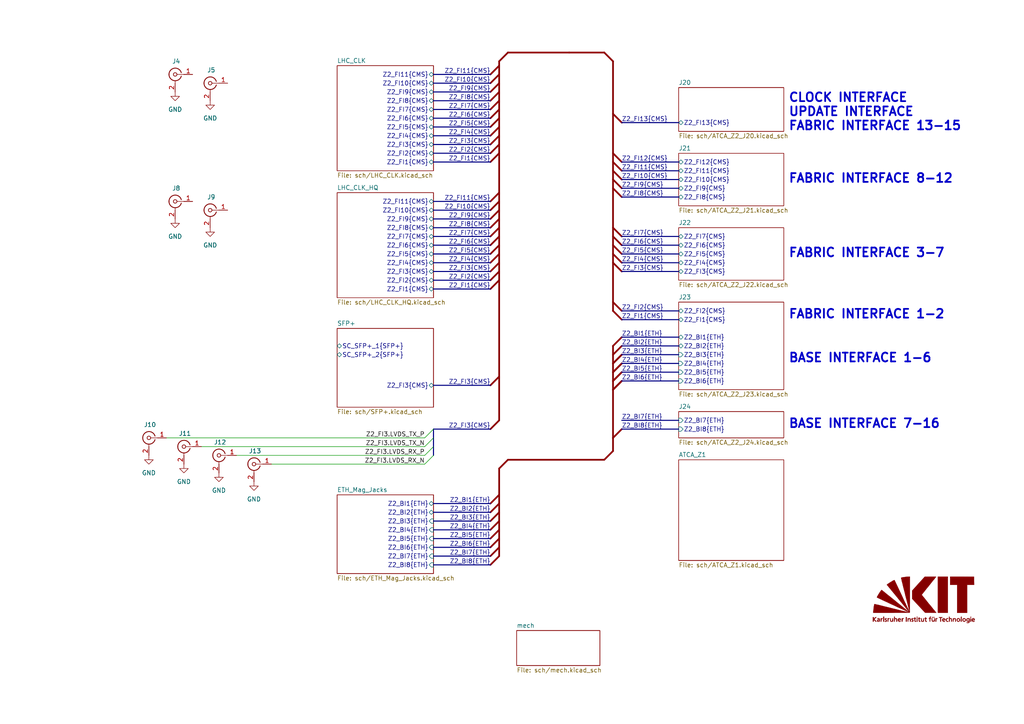
<source format=kicad_sch>
(kicad_sch (version 20230121) (generator eeschema)
  (paper "A4")
  (title_block (title "ATCA Simple Loopback HUB") (date "2023-09-12") (rev "1.0") (company "Karlsruhe Institute of Technology (KIT)") (comment 1 "Institute for Data Processing and Electronics (IPE)") (comment 2 "Luis Ardila") (comment 3 "IPE-380-06") (comment 4 "Licensed under CERN-OHL-P-2.0"))
  (lib_symbols
    (symbol "Connector:Conn_Coaxial" (pin_names (offset 1.016) hide)
      (property "Reference" "J" (at 0.254 3.048 0))
      (property "Value" "Conn_Coaxial" (at 2.921 0 90))
      (symbol "Conn_Coaxial_1_1"
        (pin passive line (at -5.08 0 0) (length 2.54) (name "In") (number "1"))
        (pin passive line (at 0 -5.08 90) (length 2.54) (name "Ext") (number "2"))
      )
    )
    (symbol "power:GND" (power) (pin_names (offset 0))
      (property "Value" "GND" (at 0 -3.81 0))
      (symbol "GND_1_1"
        (pin power_in line (at 0 0 270) (length 0) hide (name "GND") (number "1"))
      )
    )
    (symbol "project:KIT_LOGO" (pin_names (offset 1.016)))
  )
  (bus_entry (at 125.73 132.08) (size -2.54 2.54))
  (bus_entry (at 125.73 127) (size -2.54 2.54))
  (bus_entry (at 125.73 129.54) (size -2.54 2.54))
  (bus_entry (at 125.73 124.46) (size -2.54 2.54))
  (bus (pts (xy 180.34 110.49) (xy 196.85 110.49)))
  (bus (pts (xy 142.24 163.83) (xy 125.73 163.83)))
  (bus (pts (xy 180.34 54.61) (xy 196.85 54.61)))
  (bus (pts (xy 180.34 90.17) (xy 196.85 90.17)))
  (polyline (pts (xy 177.8 71.12) (xy 180.34 73.66)) (stroke (width 0.5) (type solid) (color 132 0 0 1)))
  (polyline (pts (xy 142.24 156.21) (xy 144.78 153.67)) (stroke (width 0.5) (type solid) (color 132 0 0 1)))
  (polyline (pts (xy 177.8 127) (xy 177.8 100.33)) (stroke (width 0.5) (type solid) (color 132 0 0 1)))
  (bus (pts (xy 125.73 26.67) (xy 142.24 26.67)))
  (bus (pts (xy 142.24 156.21) (xy 125.73 156.21)))
  (polyline (pts (xy 144.78 76.2) (xy 142.24 78.74)) (stroke (width 0.5) (type solid) (color 132 0 0 1)))
  (polyline (pts (xy 144.78 17.78) (xy 147.32 15.24)) (stroke (width 0.5) (type solid) (color 132 0 0 1)))
  (bus (pts (xy 180.34 92.71) (xy 196.85 92.71)))
  (polyline (pts (xy 177.8 107.95) (xy 180.34 105.41)) (stroke (width 0.5) (type solid) (color 132 0 0 1)))
  (bus (pts (xy 180.34 78.74) (xy 196.85 78.74)))
  (bus (pts (xy 125.73 63.5) (xy 142.24 63.5)))
  (bus (pts (xy 180.34 73.66) (xy 196.85 73.66)))
  (bus (pts (xy 142.24 158.75) (xy 125.73 158.75)))
  (bus (pts (xy 125.73 73.66) (xy 142.24 73.66)))
  (bus (pts (xy 180.34 100.33) (xy 196.85 100.33)))
  (bus (pts (xy 180.34 52.07) (xy 196.85 52.07)))
  (bus (pts (xy 142.24 151.13) (xy 125.73 151.13)))
  (polyline (pts (xy 142.24 124.46) (xy 144.78 121.92)) (stroke (width 0.5) (type solid) (color 132 0 0 1)))
  (polyline (pts (xy 165.1 15.24) (xy 175.26 15.24)) (stroke (width 0.5) (type solid) (color 132 0 0 1)))
  (polyline (pts (xy 177.8 130.81) (xy 177.8 127)) (stroke (width 0.5) (type solid) (color 132 0 0 1)))
  (polyline (pts (xy 142.24 148.59) (xy 144.78 146.05)) (stroke (width 0.5) (type solid) (color 132 0 0 1)))
  (bus (pts (xy 180.34 105.41) (xy 196.85 105.41)))
  (bus (pts (xy 180.34 102.87) (xy 196.85 102.87)))
  (bus (pts (xy 125.73 76.2) (xy 142.24 76.2)))
  (bus (pts (xy 180.34 76.2) (xy 196.85 76.2)))
  (bus (pts (xy 125.73 124.46) (xy 125.73 127)))
  (polyline (pts (xy 177.8 73.66) (xy 180.34 76.2)) (stroke (width 0.5) (type solid) (color 132 0 0 1)))
  (polyline (pts (xy 177.8 110.49) (xy 180.34 107.95)) (stroke (width 0.5) (type solid) (color 132 0 0 1)))
  (polyline (pts (xy 177.8 110.49) (xy 180.34 107.95)) (stroke (width 0.5) (type solid) (color 132 0 0 1)))
  (bus (pts (xy 125.73 78.74) (xy 142.24 78.74)))
  (polyline (pts (xy 144.78 44.45) (xy 142.24 46.99)) (stroke (width 0.5) (type solid) (color 132 0 0 1)))
  (bus (pts (xy 180.34 49.53) (xy 196.85 49.53)))
  (bus (pts (xy 125.73 44.45) (xy 142.24 44.45)))
  (wire (pts (xy 58.42 129.54) (xy 123.19 129.54)))
  (polyline (pts (xy 144.78 66.04) (xy 142.24 68.58)) (stroke (width 0.5) (type solid) (color 132 0 0 1)))
  (polyline (pts (xy 177.8 113.03) (xy 180.34 110.49)) (stroke (width 0.5) (type solid) (color 132 0 0 1)))
  (polyline (pts (xy 144.78 135.89) (xy 144.78 161.29)) (stroke (width 0.5) (type solid) (color 132 0 0 1)))
  (polyline (pts (xy 144.78 78.74) (xy 142.24 81.28)) (stroke (width 0.5) (type solid) (color 132 0 0 1)))
  (polyline (pts (xy 144.78 71.12) (xy 142.24 73.66)) (stroke (width 0.5) (type solid) (color 132 0 0 1)))
  (polyline (pts (xy 177.8 105.41) (xy 180.34 102.87)) (stroke (width 0.5) (type solid) (color 132 0 0 1)))
  (polyline (pts (xy 175.26 133.35) (xy 177.8 130.81)) (stroke (width 0.5) (type solid) (color 132 0 0 1)))
  (bus (pts (xy 142.24 153.67) (xy 125.73 153.67)))
  (polyline (pts (xy 177.8 44.45) (xy 180.34 46.99)) (stroke (width 0.5) (type solid) (color 132 0 0 1)))
  (polyline (pts (xy 177.8 87.63) (xy 180.34 90.17)) (stroke (width 0.5) (type solid) (color 132 0 0 1)))
  (polyline (pts (xy 144.78 41.91) (xy 142.24 44.45)) (stroke (width 0.5) (type solid) (color 132 0 0 1)))
  (polyline (pts (xy 144.78 58.42) (xy 142.24 60.96)) (stroke (width 0.5) (type solid) (color 132 0 0 1)))
  (bus (pts (xy 125.73 58.42) (xy 142.24 58.42)))
  (polyline (pts (xy 177.8 54.61) (xy 180.34 57.15)) (stroke (width 0.5) (type solid) (color 132 0 0 1)))
  (bus (pts (xy 180.34 35.56) (xy 196.85 35.56)))
  (polyline (pts (xy 144.78 73.66) (xy 142.24 76.2)) (stroke (width 0.5) (type solid) (color 132 0 0 1)))
  (polyline (pts (xy 144.78 81.28) (xy 142.24 83.82)) (stroke (width 0.5) (type solid) (color 132 0 0 1)))
  (polyline (pts (xy 144.78 39.37) (xy 142.24 41.91)) (stroke (width 0.5) (type solid) (color 132 0 0 1)))
  (bus (pts (xy 142.24 148.59) (xy 125.73 148.59)))
  (polyline (pts (xy 144.78 31.75) (xy 142.24 34.29)) (stroke (width 0.5) (type solid) (color 132 0 0 1)))
  (bus (pts (xy 125.73 66.04) (xy 142.24 66.04)))
  (polyline (pts (xy 144.78 135.89) (xy 147.32 133.35)) (stroke (width 0.5) (type solid) (color 132 0 0 1)))
  (polyline (pts (xy 177.8 113.03) (xy 180.34 110.49)) (stroke (width 0.5) (type solid) (color 132 0 0 1)))
  (bus (pts (xy 125.73 46.99) (xy 142.24 46.99)))
  (polyline (pts (xy 177.8 127) (xy 180.34 124.46)) (stroke (width 0.5) (type solid) (color 132 0 0 1)))
  (bus (pts (xy 180.34 46.99) (xy 196.85 46.99)))
  (polyline (pts (xy 144.78 55.88) (xy 142.24 58.42)) (stroke (width 0.5) (type solid) (color 132 0 0 1)))
  (bus (pts (xy 180.34 68.58) (xy 196.85 68.58)))
  (bus (pts (xy 125.73 34.29) (xy 142.24 34.29)))
  (bus (pts (xy 125.73 21.59) (xy 142.24 21.59)))
  (bus (pts (xy 125.73 68.58) (xy 142.24 68.58)))
  (polyline (pts (xy 144.78 24.13) (xy 142.24 26.67)) (stroke (width 0.5) (type solid) (color 132 0 0 1)))
  (bus (pts (xy 180.34 107.95) (xy 196.85 107.95)))
  (polyline (pts (xy 177.8 76.2) (xy 180.34 78.74)) (stroke (width 0.5) (type solid) (color 132 0 0 1)))
  (bus (pts (xy 180.34 71.12) (xy 196.85 71.12)))
  (polyline (pts (xy 142.24 146.05) (xy 144.78 143.51)) (stroke (width 0.5) (type solid) (color 132 0 0 1)))
  (polyline (pts (xy 142.24 151.13) (xy 144.78 148.59)) (stroke (width 0.5) (type solid) (color 132 0 0 1)))
  (polyline (pts (xy 177.8 68.58) (xy 180.34 71.12)) (stroke (width 0.5) (type solid) (color 132 0 0 1)))
  (bus (pts (xy 125.73 36.83) (xy 142.24 36.83)))
  (polyline (pts (xy 177.8 17.78) (xy 177.8 90.17)) (stroke (width 0.5) (type solid) (color 132 0 0 1)))
  (polyline (pts (xy 147.32 15.24) (xy 165.1 15.24)) (stroke (width 0.5) (type solid) (color 132 0 0 1)))
  (bus (pts (xy 125.73 39.37) (xy 142.24 39.37)))
  (polyline (pts (xy 144.78 81.28) (xy 144.78 121.92)) (stroke (width 0.5) (type solid) (color 132 0 0 1)))
  (bus (pts (xy 125.73 124.46) (xy 142.24 124.46)))
  (bus (pts (xy 125.73 111.76) (xy 142.24 111.76)))
  (polyline (pts (xy 144.78 81.28) (xy 144.78 17.78)) (stroke (width 0.5) (type solid) (color 132 0 0 1)))
  (bus (pts (xy 125.73 31.75) (xy 142.24 31.75)))
  (polyline (pts (xy 177.8 102.87) (xy 180.34 100.33)) (stroke (width 0.5) (type solid) (color 132 0 0 1)))
  (polyline (pts (xy 144.78 36.83) (xy 142.24 39.37)) (stroke (width 0.5) (type solid) (color 132 0 0 1)))
  (polyline (pts (xy 142.24 153.67) (xy 144.78 151.13)) (stroke (width 0.5) (type solid) (color 132 0 0 1)))
  (bus (pts (xy 125.73 127) (xy 125.73 129.54)))
  (bus (pts (xy 180.34 97.79) (xy 196.85 97.79)))
  (polyline (pts (xy 142.24 163.83) (xy 144.78 161.29)) (stroke (width 0.5) (type solid) (color 132 0 0 1)))
  (polyline (pts (xy 144.78 109.22) (xy 142.24 111.76)) (stroke (width 0.5) (type solid) (color 132 0 0 1)))
  (bus (pts (xy 180.34 57.15) (xy 196.85 57.15)))
  (polyline (pts (xy 177.8 46.99) (xy 180.34 49.53)) (stroke (width 0.5) (type solid) (color 132 0 0 1)))
  (wire (pts (xy 48.26 127) (xy 123.19 127)))
  (polyline (pts (xy 144.78 63.5) (xy 142.24 66.04)) (stroke (width 0.5) (type solid) (color 132 0 0 1)))
  (wire (pts (xy 68.58 132.08) (xy 123.19 132.08)))
  (polyline (pts (xy 144.78 68.58) (xy 142.24 71.12)) (stroke (width 0.5) (type solid) (color 132 0 0 1)))
  (polyline (pts (xy 144.78 60.96) (xy 142.24 63.5)) (stroke (width 0.5) (type solid) (color 132 0 0 1)))
  (wire (pts (xy 78.74 134.62) (xy 123.19 134.62)))
  (polyline (pts (xy 144.78 19.05) (xy 142.24 21.59)) (stroke (width 0.5) (type solid) (color 132 0 0 1)))
  (bus (pts (xy 125.73 83.82) (xy 142.24 83.82)))
  (polyline (pts (xy 144.78 29.21) (xy 142.24 31.75)) (stroke (width 0.5) (type solid) (color 132 0 0 1)))
  (polyline (pts (xy 177.8 107.95) (xy 180.34 105.41)) (stroke (width 0.5) (type solid) (color 132 0 0 1)))
  (bus (pts (xy 125.73 81.28) (xy 142.24 81.28)))
  (bus (pts (xy 125.73 24.13) (xy 142.24 24.13)))
  (polyline (pts (xy 177.8 100.33) (xy 180.34 97.79)) (stroke (width 0.5) (type solid) (color 132 0 0 1)))
  (polyline (pts (xy 144.78 21.59) (xy 142.24 24.13)) (stroke (width 0.5) (type solid) (color 132 0 0 1)))
  (polyline (pts (xy 177.8 52.07) (xy 180.34 54.61)) (stroke (width 0.5) (type solid) (color 132 0 0 1)))
  (bus (pts (xy 125.73 29.21) (xy 142.24 29.21)))
  (polyline (pts (xy 177.8 90.17) (xy 180.34 92.71)) (stroke (width 0.5) (type solid) (color 132 0 0 1)))
  (polyline (pts (xy 144.78 34.29) (xy 142.24 36.83)) (stroke (width 0.5) (type solid) (color 132 0 0 1)))
  (bus (pts (xy 180.34 121.92) (xy 196.85 121.92)))
  (bus (pts (xy 142.24 146.05) (xy 125.73 146.05)))
  (polyline (pts (xy 175.26 15.24) (xy 177.8 17.78)) (stroke (width 0.5) (type solid) (color 132 0 0 1)))
  (bus (pts (xy 125.73 41.91) (xy 142.24 41.91)))
  (bus (pts (xy 125.73 129.54) (xy 125.73 132.08)))
  (bus (pts (xy 125.73 60.96) (xy 142.24 60.96)))
  (polyline (pts (xy 177.8 33.02) (xy 180.34 35.56)) (stroke (width 0.5) (type solid) (color 132 0 0 1)))
  (polyline (pts (xy 177.8 49.53) (xy 180.34 52.07)) (stroke (width 0.5) (type solid) (color 132 0 0 1)))
  (polyline (pts (xy 177.8 66.04) (xy 180.34 68.58)) (stroke (width 0.5) (type solid) (color 132 0 0 1)))
  (polyline (pts (xy 177.8 105.41) (xy 180.34 102.87)) (stroke (width 0.5) (type solid) (color 132 0 0 1)))
  (polyline (pts (xy 147.32 133.35) (xy 175.26 133.35)) (stroke (width 0.5) (type solid) (color 132 0 0 1)))
  (polyline (pts (xy 144.78 26.67) (xy 142.24 29.21)) (stroke (width 0.5) (type solid) (color 132 0 0 1)))
  (bus (pts (xy 125.73 71.12) (xy 142.24 71.12)))
  (polyline (pts (xy 142.24 158.75) (xy 144.78 156.21)) (stroke (width 0.5) (type solid) (color 132 0 0 1)))
  (polyline (pts (xy 142.24 161.29) (xy 144.78 158.75)) (stroke (width 0.5) (type solid) (color 132 0 0 1)))
  (bus (pts (xy 142.24 161.29) (xy 125.73 161.29)))
  (bus (pts (xy 180.34 124.46) (xy 196.85 124.46)))
  (text "BASE INTERFACE 1-6" (at 228.6 105.41 0) (effects (font (size 2.54 2.54) (thickness 0.508) bold) (justify left bottom)))
  (text "CLOCK INTERFACE\nUPDATE INTERFACE\nFABRIC INTERFACE 13-15" (at 228.6 38.1 0) (effects (font (size 2.54 2.54) (thickness 0.508) bold) (justify left bottom)))
  (text "BASE INTERFACE 7-16" (at 228.6 124.46 0) (effects (font (size 2.54 2.54) (thickness 0.508) bold) (justify left bottom)))
  (text "FABRIC INTERFACE 8-12" (at 228.6 53.34 0) (effects (font (size 2.54 2.54) (thickness 0.508) bold) (justify left bottom)))
  (text "FABRIC INTERFACE 3-7" (at 228.6 74.93 0) (effects (font (size 2.54 2.54) (thickness 0.508) bold) (justify left bottom)))
  (text "FABRIC INTERFACE 1-2" (at 228.6 92.71 0) (effects (font (size 2.54 2.54) (thickness 0.508) bold) (justify left bottom)))
  (label "Z2_BI6{ETH}" (at 142.24 158.75 180))
  (label "Z2_BI2{ETH}" (at 180.34 100.33 0))
  (label "Z2_FI9{CMS}" (at 142.24 26.67 180))
  (label "Z2_FI13{CMS}" (at 180.34 35.56 0))
  (label "Z2_FI10{CMS}" (at 142.24 60.96 180))
  (label "Z2_FI7{CMS}" (at 180.34 68.58 0))
  (label "Z2_BI5{ETH}" (at 142.24 156.21 180))
  (label "Z2_FI7{CMS}" (at 142.24 31.75 180))
  (label "Z2_FI3.LVDS_TX_P" (at 123.19 127 180))
  (label "Z2_BI1{ETH}" (at 180.34 97.79 0))
  (label "Z2_FI2{CMS}" (at 142.24 44.45 180))
  (label "Z2_FI7{CMS}" (at 142.24 68.58 180))
  (label "Z2_FI1{CMS}" (at 180.34 92.71 0))
  (label "Z2_FI6{CMS}" (at 180.34 71.12 0))
  (label "Z2_FI4{CMS}" (at 142.24 76.2 180))
  (label "Z2_FI3{CMS}" (at 142.24 78.74 180))
  (label "Z2_BI6{ETH}" (at 180.34 110.49 0))
  (label "Z2_FI3.LVDS_TX_N" (at 123.19 129.54 180))
  (label "Z2_BI1{ETH}" (at 142.24 146.05 180))
  (label "Z2_FI10{CMS}" (at 180.34 52.07 0))
  (label "Z2_FI9{CMS}" (at 142.24 63.5 180))
  (label "Z2_FI6{CMS}" (at 142.24 71.12 180))
  (label "Z2_FI4{CMS}" (at 180.34 76.2 0))
  (label "Z2_FI8{CMS}" (at 142.24 29.21 180))
  (label "Z2_FI3{CMS}" (at 180.34 78.74 0))
  (label "Z2_FI10{CMS}" (at 142.24 24.13 180))
  (label "Z2_FI3.LVDS_RX_P" (at 123.19 132.08 180))
  (label "Z2_BI3{ETH}" (at 142.24 151.13 180))
  (label "Z2_FI12{CMS}" (at 180.34 46.99 0))
  (label "Z2_BI7{ETH}" (at 180.34 121.92 0))
  (label "Z2_FI8{CMS}" (at 180.34 57.15 0))
  (label "Z2_FI6{CMS}" (at 142.24 34.29 180))
  (label "Z2_FI1{CMS}" (at 142.24 46.99 180))
  (label "Z2_FI3{CMS}" (at 142.24 124.46 180))
  (label "Z2_BI7{ETH}" (at 142.24 161.29 180))
  (label "Z2_FI3.LVDS_RX_N" (at 123.19 134.62 180))
  (label "Z2_FI4{CMS}" (at 142.24 39.37 180))
  (label "Z2_FI11{CMS}" (at 142.24 58.42 180))
  (label "Z2_FI1{CMS}" (at 142.24 83.82 180))
  (label "Z2_BI8{ETH}" (at 180.34 124.46 0))
  (label "Z2_FI5{CMS}" (at 142.24 36.83 180))
  (label "Z2_FI2{CMS}" (at 180.34 90.17 0))
  (label "Z2_BI4{ETH}" (at 180.34 105.41 0))
  (label "Z2_FI11{CMS}" (at 180.34 49.53 0))
  (label "Z2_FI11{CMS}" (at 142.24 21.59 180))
  (label "Z2_FI8{CMS}" (at 142.24 66.04 180))
  (label "Z2_FI3{CMS}" (at 142.24 41.91 180))
  (label "Z2_BI3{ETH}" (at 180.34 102.87 0))
  (label "Z2_FI2{CMS}" (at 142.24 81.28 180))
  (label "Z2_FI3{CMS}" (at 142.24 111.76 180))
  (label "Z2_BI2{ETH}" (at 142.24 148.59 180))
  (label "Z2_BI5{ETH}" (at 180.34 107.95 0))
  (label "Z2_BI8{ETH}" (at 142.24 163.83 180))
  (label "Z2_FI5{CMS}" (at 180.34 73.66 0))
  (label "Z2_FI9{CMS}" (at 180.34 54.61 0))
  (label "Z2_FI5{CMS}" (at 142.24 73.66 180))
  (label "Z2_BI4{ETH}" (at 142.24 153.67 180))
  (symbol (lib_id "Connector:Conn_Coaxial") (at 43.18 127 0) (mirror y) (unit 1)
    (property "Reference" "J10" (at 43.4974 123.19 0))
    (property "Value" "Conn_Coaxial" (effects hide))
    (property "Footprint" "Connector_Coaxial:MMCX_Molex_73415-1471_Vertical" (effects hide))
    (property "Datasheet" " ~" (effects hide))
  )
  (symbol (lib_id "Connector:Conn_Coaxial") (at 50.8 58.42 0) (mirror y) (unit 1)
    (property "Reference" "J8" (at 51.1174 54.61 0))
    (property "Value" "Conn_Coaxial" (effects hide))
    (property "Footprint" "Connector_Coaxial:MMCX_Molex_73415-1471_Vertical" (effects hide))
    (property "Datasheet" " ~" (effects hide))
  )
  (symbol (lib_id "power:GND") (at 60.96 66.04 0) (unit 1)
    (property "Reference" "#PWR027" (effects hide))
    (property "Value" "GND" (at 60.96 71.12 0))
  )
  (symbol (lib_id "Connector:Conn_Coaxial") (at 63.5 132.08 0) (mirror y) (unit 1)
    (property "Reference" "J12" (at 63.8174 128.27 0))
    (property "Value" "Conn_Coaxial" (effects hide))
    (property "Footprint" "Connector_Coaxial:MMCX_Molex_73415-1471_Vertical" (effects hide))
    (property "Datasheet" " ~" (effects hide))
  )
  (symbol (lib_id "power:GND") (at 63.5 137.16 0) (unit 1)
    (property "Reference" "#PWR030" (effects hide))
    (property "Value" "GND" (at 63.5 142.24 0))
  )
  (symbol (lib_id "power:GND") (at 43.18 132.08 0) (unit 1)
    (property "Reference" "#PWR028" (effects hide))
    (property "Value" "GND" (at 43.18 137.16 0))
  )
  (symbol (lib_id "Connector:Conn_Coaxial") (at 60.96 24.13 0) (mirror y) (unit 1)
    (property "Reference" "J5" (at 61.2774 20.32 0))
    (property "Value" "Conn_Coaxial" (effects hide))
    (property "Footprint" "Connector_Coaxial:MMCX_Molex_73415-1471_Vertical" (effects hide))
    (property "Datasheet" " ~" (effects hide))
  )
  (symbol (lib_id "Connector:Conn_Coaxial") (at 73.66 134.62 0) (mirror y) (unit 1)
    (property "Reference" "J13" (at 73.9774 130.81 0))
    (property "Value" "Conn_Coaxial" (effects hide))
    (property "Footprint" "Connector_Coaxial:MMCX_Molex_73415-1471_Vertical" (effects hide))
    (property "Datasheet" " ~" (effects hide))
  )
  (symbol (lib_id "power:GND") (at 60.96 29.21 0) (unit 1)
    (property "Reference" "#PWR06" (effects hide))
    (property "Value" "GND" (at 60.96 34.29 0))
  )
  (symbol (lib_id "power:GND") (at 50.8 63.5 0) (unit 1)
    (property "Reference" "#PWR025" (effects hide))
    (property "Value" "GND" (at 50.8 68.58 0))
  )
  (symbol (lib_id "Connector:Conn_Coaxial") (at 50.8 21.59 0) (mirror y) (unit 1)
    (property "Reference" "J4" (at 51.1174 17.78 0))
    (property "Value" "Conn_Coaxial" (effects hide))
    (property "Footprint" "Connector_Coaxial:MMCX_Molex_73415-1471_Vertical" (effects hide))
    (property "Datasheet" " ~" (effects hide))
  )
  (symbol (lib_id "power:GND") (at 53.34 134.62 0) (unit 1)
    (property "Reference" "#PWR029" (effects hide))
    (property "Value" "GND" (at 53.34 139.7 0))
  )
  (symbol (lib_id "project:KIT_LOGO") (at 267.97 173.99 0) (unit 1)
    (property "Reference" "G1" (effects hide))
    (property "Value" "KIT_LOGO" (effects hide))
    (property "Footprint" "project:KIT_LOGO" (effects hide))
  )
  (symbol (lib_id "Connector:Conn_Coaxial") (at 53.34 129.54 0) (mirror y) (unit 1)
    (property "Reference" "J11" (at 53.6574 125.73 0))
    (property "Value" "Conn_Coaxial" (effects hide))
    (property "Footprint" "Connector_Coaxial:MMCX_Molex_73415-1471_Vertical" (effects hide))
    (property "Datasheet" " ~" (effects hide))
  )
  (symbol (lib_id "power:GND") (at 73.66 139.7 0) (unit 1)
    (property "Reference" "#PWR031" (effects hide))
    (property "Value" "GND" (at 73.66 144.78 0))
  )
  (symbol (lib_id "Connector:Conn_Coaxial") (at 60.96 60.96 0) (mirror y) (unit 1)
    (property "Reference" "J9" (at 61.2774 57.15 0))
    (property "Value" "Conn_Coaxial" (effects hide))
    (property "Footprint" "Connector_Coaxial:MMCX_Molex_73415-1471_Vertical" (effects hide))
    (property "Datasheet" " ~" (effects hide))
  )
  (symbol (lib_id "power:GND") (at 50.8 26.67 0) (unit 1)
    (property "Reference" "#PWR05" (effects hide))
    (property "Value" "GND" (at 50.8 31.75 0))
  )
  (sheet (at 196.85 133.35) (size 30.48 29.21) (stroke (width 0.1524))
    (property "Sheetname" "ATCA_Z1" (at 196.85 132.6384 0) (effects (justify left bottom)))
    (property "Sheetfile" "sch/ATCA_Z1.kicad_sch" (at 196.85 163.1446 0) (effects (justify left top)))
  )
  (sheet (at 97.79 19.05) (size 27.94 30.48) (stroke (width 0.1524))
    (property "Sheetname" "LHC_CLK" (at 97.79 18.3384 0) (effects (justify left bottom)))
    (property "Sheetfile" "sch/LHC_CLK.kicad_sch" (at 97.79 50.1146 0) (effects (justify left top)))
    (pin "Z2_FI4{CMS}" bidirectional (at 125.73 39.37 0))
    (pin "Z2_FI6{CMS}" bidirectional (at 125.73 34.29 0))
    (pin "Z2_FI5{CMS}" bidirectional (at 125.73 36.83 0))
    (pin "Z2_FI3{CMS}" bidirectional (at 125.73 41.91 0))
    (pin "Z2_FI2{CMS}" bidirectional (at 125.73 44.45 0))
    (pin "Z2_FI1{CMS}" bidirectional (at 125.73 46.99 0))
    (pin "Z2_FI8{CMS}" bidirectional (at 125.73 29.21 0))
    (pin "Z2_FI7{CMS}" bidirectional (at 125.73 31.75 0))
    (pin "Z2_FI10{CMS}" bidirectional (at 125.73 24.13 0))
    (pin "Z2_FI11{CMS}" bidirectional (at 125.73 21.59 0))
    (pin "Z2_FI9{CMS}" bidirectional (at 125.73 26.67 0))
  )
  (sheet (at 97.79 55.88) (size 27.94 30.48) (stroke (width 0.1524))
    (property "Sheetname" "LHC_CLK_HQ" (at 97.79 55.1684 0) (effects (justify left bottom)))
    (property "Sheetfile" "sch/LHC_CLK_HQ.kicad_sch" (at 97.79 86.9446 0) (effects (justify left top)))
    (pin "Z2_FI2{CMS}" bidirectional (at 125.73 81.28 0))
    (pin "Z2_FI1{CMS}" bidirectional (at 125.73 83.82 0))
    (pin "Z2_FI4{CMS}" bidirectional (at 125.73 76.2 0))
    (pin "Z2_FI3{CMS}" bidirectional (at 125.73 78.74 0))
    (pin "Z2_FI7{CMS}" bidirectional (at 125.73 68.58 0))
    (pin "Z2_FI6{CMS}" bidirectional (at 125.73 71.12 0))
    (pin "Z2_FI5{CMS}" bidirectional (at 125.73 73.66 0))
    (pin "Z2_FI11{CMS}" bidirectional (at 125.73 58.42 0))
    (pin "Z2_FI10{CMS}" bidirectional (at 125.73 60.96 0))
    (pin "Z2_FI9{CMS}" bidirectional (at 125.73 63.5 0))
    (pin "Z2_FI8{CMS}" bidirectional (at 125.73 66.04 0))
  )
  (sheet (at 196.85 87.63) (size 30.48 25.4) (stroke (width 0.1524))
    (property "Sheetname" "J23" (at 196.85 86.9184 0) (effects (justify left bottom)))
    (property "Sheetfile" "sch/ATCA_Z2_J23.kicad_sch" (at 196.85 113.6146 0) (effects (justify left top)))
    (pin "Z2_BI6{ETH}" input (at 196.85 110.49 180))
    (pin "Z2_BI5{ETH}" input (at 196.85 107.95 180))
    (pin "Z2_BI4{ETH}" input (at 196.85 105.41 180))
    (pin "Z2_BI3{ETH}" input (at 196.85 102.87 180))
    (pin "Z2_BI2{ETH}" bidirectional (at 196.85 100.33 180))
    (pin "Z2_BI1{ETH}" bidirectional (at 196.85 97.79 180))
    (pin "Z2_FI1{CMS}" bidirectional (at 196.85 92.71 180))
    (pin "Z2_FI2{CMS}" bidirectional (at 196.85 90.17 180))
  )
  (sheet (at 97.79 143.51) (size 27.94 22.86) (stroke (width 0.1524))
    (property "Sheetname" "ETH_Mag_Jacks" (at 97.79 142.7984 0) (effects (justify left bottom)))
    (property "Sheetfile" "sch/ETH_Mag_Jacks.kicad_sch" (at 97.79 166.9546 0) (effects (justify left top)))
    (pin "Z2_BI3{ETH}" input (at 125.73 151.13 0))
    (pin "Z2_BI4{ETH}" input (at 125.73 153.67 0))
    (pin "Z2_BI2{ETH}" bidirectional (at 125.73 148.59 0))
    (pin "Z2_BI1{ETH}" bidirectional (at 125.73 146.05 0))
    (pin "Z2_BI6{ETH}" input (at 125.73 158.75 0))
    (pin "Z2_BI5{ETH}" input (at 125.73 156.21 0))
    (pin "Z2_BI7{ETH}" input (at 125.73 161.29 0))
    (pin "Z2_BI8{ETH}" input (at 125.73 163.83 0))
  )
  (sheet (at 196.85 119.38) (size 30.48 7.62) (stroke (width 0.1524))
    (property "Sheetname" "J24" (at 196.85 118.6684 0) (effects (justify left bottom)))
    (property "Sheetfile" "sch/ATCA_Z2_J24.kicad_sch" (at 196.85 127.5846 0) (effects (justify left top)))
    (pin "Z2_BI8{ETH}" input (at 196.85 124.46 180))
    (pin "Z2_BI7{ETH}" input (at 196.85 121.92 180))
  )
  (sheet (at 196.85 66.04) (size 30.48 15.24) (stroke (width 0.1524))
    (property "Sheetname" "J22" (at 196.85 65.3284 0) (effects (justify left bottom)))
    (property "Sheetfile" "sch/ATCA_Z2_J22.kicad_sch" (at 196.85 81.8646 0) (effects (justify left top)))
    (pin "Z2_FI5{CMS}" bidirectional (at 196.85 73.66 180))
    (pin "Z2_FI4{CMS}" bidirectional (at 196.85 76.2 180))
    (pin "Z2_FI7{CMS}" bidirectional (at 196.85 68.58 180))
    (pin "Z2_FI6{CMS}" bidirectional (at 196.85 71.12 180))
    (pin "Z2_FI3{CMS}" bidirectional (at 196.85 78.74 180))
  )
  (sheet (at 196.85 44.45) (size 30.48 15.24) (stroke (width 0.1524))
    (property "Sheetname" "J21" (at 196.85 43.7384 0) (effects (justify left bottom)))
    (property "Sheetfile" "sch/ATCA_Z2_J21.kicad_sch" (at 196.85 60.2746 0) (effects (justify left top)))
    (pin "Z2_FI9{CMS}" bidirectional (at 196.85 54.61 180))
    (pin "Z2_FI10{CMS}" bidirectional (at 196.85 52.07 180))
    (pin "Z2_FI12{CMS}" bidirectional (at 196.85 46.99 180))
    (pin "Z2_FI8{CMS}" bidirectional (at 196.85 57.15 180))
    (pin "Z2_FI11{CMS}" bidirectional (at 196.85 49.53 180))
  )
  (sheet (at 196.85 25.4) (size 30.48 12.7) (stroke (width 0.1524))
    (property "Sheetname" "J20" (at 196.85 24.6884 0) (effects (justify left bottom)))
    (property "Sheetfile" "sch/ATCA_Z2_J20.kicad_sch" (at 196.85 38.6846 0) (effects (justify left top)))
    (pin "Z2_FI13{CMS}" bidirectional (at 196.85 35.56 180))
  )
  (sheet (at 149.86 182.88) (size 24.13 10.16) (stroke (width 0.1524))
    (property "Sheetname" "mech" (at 149.86 182.1684 0) (effects (justify left bottom)))
    (property "Sheetfile" "sch/mech.kicad_sch" (at 149.86 193.6246 0) (effects (justify left top)))
  )
  (sheet (at 97.79 95.25) (size 27.94 22.86) (stroke (width 0.1524))
    (property "Sheetname" "SFP+" (at 97.79 94.5384 0) (effects (justify left bottom)))
    (property "Sheetfile" "sch/SFP+.kicad_sch" (at 97.79 118.6946 0) (effects (justify left top)))
    (pin "Z2_FI3{CMS}" bidirectional (at 125.73 111.76 0))
    (pin "SC_SFP+_2{SFP+}" bidirectional (at 97.79 102.87 180))
    (pin "SC_SFP+_1{SFP+}" bidirectional (at 97.79 100.33 180))
  )
)
</source>
